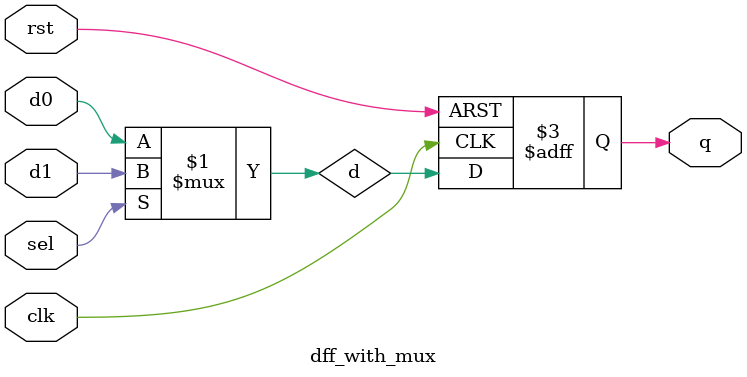
<source format=v>
module dff_with_mux (
    input wire clk,
    input wire rst,
    input wire sel,
    input wire d0,
    input wire d1,
    output reg q
);

    wire d;
    assign d = sel ? d1 : d0;

    always @(posedge clk or posedge rst) begin
        if (rst)
            q <= 1'b0;
        else
            q <= d;
    end

endmodule

</source>
